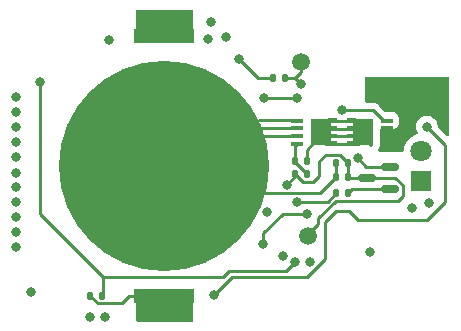
<source format=gtl>
%TF.GenerationSoftware,KiCad,Pcbnew,7.0.6*%
%TF.CreationDate,2024-04-07T09:56:07-04:00*%
%TF.ProjectId,Safe-To-Mate-O-Matic-v4,53616665-2d54-46f2-9d4d-6174652d4f2d,rev?*%
%TF.SameCoordinates,Original*%
%TF.FileFunction,Copper,L1,Top*%
%TF.FilePolarity,Positive*%
%FSLAX46Y46*%
G04 Gerber Fmt 4.6, Leading zero omitted, Abs format (unit mm)*
G04 Created by KiCad (PCBNEW 7.0.6) date 2024-04-07 09:56:07*
%MOMM*%
%LPD*%
G01*
G04 APERTURE LIST*
G04 Aperture macros list*
%AMRoundRect*
0 Rectangle with rounded corners*
0 $1 Rounding radius*
0 $2 $3 $4 $5 $6 $7 $8 $9 X,Y pos of 4 corners*
0 Add a 4 corners polygon primitive as box body*
4,1,4,$2,$3,$4,$5,$6,$7,$8,$9,$2,$3,0*
0 Add four circle primitives for the rounded corners*
1,1,$1+$1,$2,$3*
1,1,$1+$1,$4,$5*
1,1,$1+$1,$6,$7*
1,1,$1+$1,$8,$9*
0 Add four rect primitives between the rounded corners*
20,1,$1+$1,$2,$3,$4,$5,0*
20,1,$1+$1,$4,$5,$6,$7,0*
20,1,$1+$1,$6,$7,$8,$9,0*
20,1,$1+$1,$8,$9,$2,$3,0*%
%AMFreePoly0*
4,1,21,1.372500,0.787500,0.862500,0.787500,0.862500,0.532500,1.372500,0.532500,1.372500,0.127500,0.862500,0.127500,0.862500,-0.127500,1.372500,-0.127500,1.372500,-0.532500,0.862500,-0.532500,0.862500,-0.787500,1.372500,-0.787500,1.372500,-1.195000,0.612500,-1.195000,0.612500,-1.117500,-0.862500,-1.117500,-0.862500,1.117500,0.612500,1.117500,0.612500,1.195000,1.372500,1.195000,
1.372500,0.787500,1.372500,0.787500,$1*%
G04 Aperture macros list end*
%TA.AperFunction,ComponentPad*%
%ADD10R,1.800000X1.800000*%
%TD*%
%TA.AperFunction,ComponentPad*%
%ADD11C,1.800000*%
%TD*%
%TA.AperFunction,SMDPad,CuDef*%
%ADD12C,1.500000*%
%TD*%
%TA.AperFunction,SMDPad,CuDef*%
%ADD13RoundRect,0.135000X0.135000X0.185000X-0.135000X0.185000X-0.135000X-0.185000X0.135000X-0.185000X0*%
%TD*%
%TA.AperFunction,SMDPad,CuDef*%
%ADD14R,0.990000X0.405000*%
%TD*%
%TA.AperFunction,SMDPad,CuDef*%
%ADD15FreePoly0,0.000000*%
%TD*%
%TA.AperFunction,SMDPad,CuDef*%
%ADD16RoundRect,0.140000X-0.140000X-0.170000X0.140000X-0.170000X0.140000X0.170000X-0.140000X0.170000X0*%
%TD*%
%TA.AperFunction,SMDPad,CuDef*%
%ADD17FreePoly0,180.000000*%
%TD*%
%TA.AperFunction,SMDPad,CuDef*%
%ADD18RoundRect,0.135000X-0.135000X-0.185000X0.135000X-0.185000X0.135000X0.185000X-0.135000X0.185000X0*%
%TD*%
%TA.AperFunction,SMDPad,CuDef*%
%ADD19RoundRect,0.140000X0.140000X0.170000X-0.140000X0.170000X-0.140000X-0.170000X0.140000X-0.170000X0*%
%TD*%
%TA.AperFunction,SMDPad,CuDef*%
%ADD20R,5.080000X1.270000*%
%TD*%
%TA.AperFunction,SMDPad,CuDef*%
%ADD21C,17.800000*%
%TD*%
%TA.AperFunction,SMDPad,CuDef*%
%ADD22RoundRect,0.150000X0.587500X0.150000X-0.587500X0.150000X-0.587500X-0.150000X0.587500X-0.150000X0*%
%TD*%
%TA.AperFunction,ViaPad*%
%ADD23C,0.800000*%
%TD*%
%TA.AperFunction,Conductor*%
%ADD24C,0.250000*%
%TD*%
G04 APERTURE END LIST*
D10*
%TO.P,D3,1,K*%
%TO.N,Net-(D3-K)*%
X172720000Y-84582000D03*
D11*
%TO.P,D3,2,A*%
%TO.N,Net-(D3-A)*%
X172720000Y-82042000D03*
%TD*%
D12*
%TO.P,TP4,1,1*%
%TO.N,Net-(Q2-C)*%
X163144200Y-89281000D03*
%TD*%
D13*
%TO.P,R3,1*%
%TO.N,Net-(Q2-C)*%
X166549800Y-83058000D03*
%TO.P,R3,2*%
%TO.N,Net-(BT1--)*%
X165529800Y-83058000D03*
%TD*%
D14*
%TO.P,Q1,1,S*%
%TO.N,Net-(BT1--)*%
X162268000Y-79502600D03*
%TO.P,Q1,2,S*%
X162268000Y-80162600D03*
%TO.P,Q1,3,S*%
X162268000Y-80822600D03*
%TO.P,Q1,4,G*%
%TO.N,Net-(Q1-G)*%
X162268000Y-81482600D03*
D15*
%TO.P,Q1,5,D*%
%TO.N,Net-(Q1-D)*%
X164260500Y-80492600D03*
%TD*%
D16*
%TO.P,C7,1*%
%TO.N,Net-(Q1-G)*%
X162080000Y-82880200D03*
%TO.P,C7,2*%
%TO.N,Net-(Q1-D)*%
X163040000Y-82880200D03*
%TD*%
D14*
%TO.P,Q3,1,S*%
%TO.N,GND*%
X169837000Y-81482600D03*
%TO.P,Q3,2,S*%
X169837000Y-80822600D03*
%TO.P,Q3,3,S*%
X169837000Y-80162600D03*
%TO.P,Q3,4,G*%
%TO.N,VDD*%
X169837000Y-79502600D03*
D17*
%TO.P,Q3,5,D*%
%TO.N,Net-(Q1-D)*%
X167844500Y-80492600D03*
%TD*%
D18*
%TO.P,R14,1*%
%TO.N,Net-(Q2-C)*%
X162075400Y-84048600D03*
%TO.P,R14,2*%
%TO.N,Net-(Q1-G)*%
X163095400Y-84048600D03*
%TD*%
D19*
%TO.P,C3,1*%
%TO.N,Net-(Q2-C)*%
X166519800Y-84277200D03*
%TO.P,C3,2*%
%TO.N,Net-(BT1--)*%
X165559800Y-84277200D03*
%TD*%
D12*
%TO.P,TP6,1,1*%
%TO.N,VDD*%
X162585400Y-74523600D03*
%TD*%
D18*
%TO.P,R1,1*%
%TO.N,ON_n*%
X165555200Y-85623400D03*
%TO.P,R1,2*%
%TO.N,Net-(Q2-B)*%
X166575200Y-85623400D03*
%TD*%
D20*
%TO.P,BT1,1,+*%
%TO.N,VDD*%
X151003000Y-72352400D03*
X151003000Y-94322400D03*
D21*
%TO.P,BT1,2,-*%
%TO.N,Net-(BT1--)*%
X151003000Y-83337400D03*
%TD*%
D22*
%TO.P,Q2,1,B*%
%TO.N,Net-(Q2-B)*%
X170076100Y-85303400D03*
%TO.P,Q2,2,E*%
%TO.N,VDD*%
X170076100Y-83403400D03*
%TO.P,Q2,3,C*%
%TO.N,Net-(Q2-C)*%
X168201100Y-84353400D03*
%TD*%
D18*
%TO.P,R17,1*%
%TO.N,VDD*%
X144727200Y-94310200D03*
%TO.P,R17,2*%
%TO.N,ESP32_EN*%
X145747200Y-94310200D03*
%TD*%
D13*
%TO.P,R15,1*%
%TO.N,VDD*%
X161241200Y-75869800D03*
%TO.P,R15,2*%
%TO.N,Net-(R15-Pad2)*%
X160221200Y-75869800D03*
%TD*%
D12*
%TO.P,TP1,1,1*%
%TO.N,GND*%
X173228000Y-77216000D03*
%TD*%
D23*
%TO.N,VDD*%
X149275800Y-70789800D03*
X161036000Y-90932000D03*
X152730200Y-95834200D03*
X151587200Y-70789800D03*
X149301200Y-95834200D03*
X151612600Y-95834200D03*
X150393400Y-70789800D03*
X166065200Y-78613000D03*
X167395267Y-82686644D03*
X162610800Y-76403200D03*
X150418800Y-95834200D03*
X152704800Y-70789800D03*
X172008800Y-86893400D03*
%TO.N,GND*%
X163322000Y-91440000D03*
X170434000Y-77470000D03*
X168402000Y-77470000D03*
X168402000Y-76454000D03*
X173431200Y-86487000D03*
X171450000Y-76454000D03*
X168452800Y-90627200D03*
X145999200Y-96164400D03*
X138430000Y-77470000D03*
X138430000Y-80010000D03*
X171450000Y-77470000D03*
X139700000Y-93980000D03*
X138430000Y-82550000D03*
X138418570Y-83925477D03*
X138430000Y-78740000D03*
X146304000Y-72644000D03*
X138430000Y-87630000D03*
X156210000Y-72390000D03*
X138430000Y-85090000D03*
X138430000Y-88900000D03*
X169418000Y-76454000D03*
X138430000Y-90170000D03*
X144729200Y-96164400D03*
X169418000Y-77470000D03*
X170434000Y-76454000D03*
X138430000Y-81280000D03*
X154940000Y-71120000D03*
X171450000Y-78486000D03*
X154736800Y-72593200D03*
X159679553Y-87204954D03*
X138430000Y-86360000D03*
%TO.N,RXD0*%
X163068000Y-87376000D03*
X159385000Y-89916000D03*
%TO.N,ESP32_EN*%
X140462000Y-76200000D03*
X162052000Y-91440000D03*
%TO.N,ON_n*%
X159461200Y-77597000D03*
X162229800Y-86361700D03*
X162229800Y-77597000D03*
%TO.N,RXD2*%
X155194000Y-94234000D03*
X173228000Y-80010000D03*
%TO.N,Net-(Q2-C)*%
X161391600Y-84912200D03*
%TO.N,Net-(R15-Pad2)*%
X157302200Y-74244200D03*
%TD*%
D24*
%TO.N,VDD*%
X145376000Y-94959000D02*
X147407800Y-94959000D01*
X144727200Y-94310200D02*
X145376000Y-94959000D01*
X169571000Y-79502600D02*
X168681400Y-78613000D01*
X170076100Y-83403400D02*
X168112023Y-83403400D01*
X169837000Y-79502600D02*
X169571000Y-79502600D01*
X147407800Y-94959000D02*
X148044400Y-94322400D01*
X168681400Y-78613000D02*
X166065200Y-78613000D01*
X148044400Y-94322400D02*
X151003000Y-94322400D01*
X161241200Y-75869800D02*
X162077400Y-75869800D01*
X162585400Y-74523600D02*
X162585400Y-75361800D01*
X168112023Y-83403400D02*
X167395267Y-82686644D01*
X162077400Y-75869800D02*
X162610800Y-76403200D01*
X162585400Y-75361800D02*
X162077400Y-75869800D01*
%TO.N,Net-(BT1--)*%
X162267800Y-80162400D02*
X162268000Y-80162600D01*
X158974700Y-79476600D02*
X162386100Y-79476600D01*
X164199800Y-85637200D02*
X153302800Y-85637200D01*
X165559800Y-84277200D02*
X164199800Y-85637200D01*
X151282400Y-83058000D02*
X151003000Y-83337400D01*
X159403900Y-80822400D02*
X162007300Y-80822400D01*
X165559800Y-83088000D02*
X165529800Y-83058000D01*
X153302800Y-85637200D02*
X151003000Y-83337400D01*
X165559800Y-84277200D02*
X165559800Y-83088000D01*
X158923900Y-80162400D02*
X162335300Y-80162400D01*
%TO.N,Net-(Q1-G)*%
X162080000Y-83033200D02*
X163095400Y-84048600D01*
X162080000Y-82880200D02*
X162080000Y-83033200D01*
X162080000Y-82880200D02*
X162080000Y-81670600D01*
X162080000Y-81670600D02*
X162268000Y-81482600D01*
X162268000Y-81482600D02*
X162610200Y-81482600D01*
%TO.N,RXD0*%
X159385000Y-89027000D02*
X161036000Y-87376000D01*
X159385000Y-89916000D02*
X159385000Y-89027000D01*
X161036000Y-87376000D02*
X163068000Y-87376000D01*
%TO.N,Net-(Q2-B)*%
X170076100Y-85303400D02*
X166895200Y-85303400D01*
X166895200Y-85303400D02*
X166575200Y-85623400D01*
%TO.N,ESP32_EN*%
X140462000Y-87401400D02*
X140462000Y-76200000D01*
X162052000Y-91440000D02*
X161290000Y-92202000D01*
X145770600Y-92710000D02*
X140462000Y-87401400D01*
X161290000Y-92202000D02*
X156464000Y-92202000D01*
X155956000Y-92710000D02*
X145770600Y-92710000D01*
X145770600Y-92710000D02*
X145770600Y-94286800D01*
X145770600Y-94286800D02*
X145747200Y-94310200D01*
X156464000Y-92202000D02*
X155956000Y-92710000D01*
%TO.N,ON_n*%
X165555200Y-85623400D02*
X164816900Y-86361700D01*
X159461200Y-77597000D02*
X162229800Y-77597000D01*
X164816900Y-86361700D02*
X162229800Y-86361700D01*
%TO.N,RXD2*%
X165531800Y-87122000D02*
X164592000Y-88061800D01*
X163077305Y-92710000D02*
X156718000Y-92710000D01*
X173228000Y-80010000D02*
X174752000Y-81534000D01*
X173202600Y-87909400D02*
X167411400Y-87909400D01*
X156718000Y-92710000D02*
X155194000Y-94234000D01*
X164592000Y-91195305D02*
X163077305Y-92710000D01*
X174752000Y-81534000D02*
X174752000Y-86360000D01*
X166624000Y-87122000D02*
X165531800Y-87122000D01*
X164592000Y-88061800D02*
X164592000Y-91195305D01*
X174752000Y-86360000D02*
X173202600Y-87909400D01*
X167411400Y-87909400D02*
X166624000Y-87122000D01*
%TO.N,Net-(Q1-D)*%
X163040000Y-81968400D02*
X164260500Y-80747900D01*
X163040000Y-82880200D02*
X163040000Y-81968400D01*
X167501600Y-79527400D02*
X164578000Y-79527400D01*
X167844500Y-80492600D02*
X167514300Y-80822800D01*
X164260500Y-80747900D02*
X164260500Y-80492600D01*
X164590700Y-80822800D02*
X164260500Y-80492600D01*
X167501600Y-80187800D02*
X164578000Y-80187800D01*
X167081400Y-80162600D02*
X168478200Y-81559400D01*
X167501600Y-81457800D02*
X164578000Y-81457800D01*
X167514300Y-80822800D02*
X164590700Y-80822800D01*
%TO.N,Net-(Q2-C)*%
X165547200Y-86268400D02*
X164033200Y-87782400D01*
X164033200Y-88239600D02*
X163144200Y-89128600D01*
X163626800Y-84734400D02*
X162761200Y-84734400D01*
X171170600Y-85877400D02*
X170779600Y-86268400D01*
X164134800Y-84226400D02*
X163626800Y-84734400D01*
X162075400Y-84048600D02*
X162075400Y-84228400D01*
X164033200Y-87782400D02*
X164033200Y-88239600D01*
X166596000Y-84353400D02*
X166519800Y-84277200D01*
X165864000Y-82372200D02*
X164693600Y-82372200D01*
X162761200Y-84734400D02*
X162075400Y-84048600D01*
X168201100Y-84353400D02*
X170535351Y-84353400D01*
X164134800Y-82931000D02*
X164134800Y-84226400D01*
X168201100Y-84353400D02*
X166596000Y-84353400D01*
X166549800Y-83058000D02*
X165864000Y-82372200D01*
X162075400Y-84228400D02*
X161391600Y-84912200D01*
X164693600Y-82372200D02*
X164134800Y-82931000D01*
X166519800Y-83088000D02*
X166549800Y-83058000D01*
X171170600Y-84988649D02*
X171170600Y-85877400D01*
X166519800Y-84277200D02*
X166519800Y-83088000D01*
X170535351Y-84353400D02*
X171170600Y-84988649D01*
X163144200Y-89128600D02*
X163144200Y-89281000D01*
X170779600Y-86268400D02*
X165547200Y-86268400D01*
%TO.N,Net-(R15-Pad2)*%
X158927800Y-75869800D02*
X157302200Y-74244200D01*
X160221200Y-75869800D02*
X158927800Y-75869800D01*
%TD*%
%TA.AperFunction,Conductor*%
%TO.N,GND*%
G36*
X175050639Y-75787885D02*
G01*
X175096394Y-75840689D01*
X175107600Y-75892200D01*
X175107600Y-80694333D01*
X175087915Y-80761372D01*
X175035111Y-80807127D01*
X174965953Y-80817071D01*
X174902397Y-80788046D01*
X174895919Y-80782014D01*
X174174620Y-80060715D01*
X174141135Y-79999392D01*
X174138982Y-79986012D01*
X174121542Y-79820072D01*
X174062527Y-79638444D01*
X173967040Y-79473056D01*
X173839253Y-79331134D01*
X173684752Y-79218882D01*
X173510288Y-79141206D01*
X173510286Y-79141205D01*
X173323487Y-79101500D01*
X173132513Y-79101500D01*
X172945714Y-79141205D01*
X172771246Y-79218883D01*
X172616745Y-79331135D01*
X172488959Y-79473057D01*
X172393473Y-79638443D01*
X172393470Y-79638450D01*
X172336332Y-79814304D01*
X172334458Y-79820072D01*
X172314496Y-80010000D01*
X172334458Y-80199928D01*
X172334459Y-80199931D01*
X172393470Y-80381549D01*
X172393473Y-80381556D01*
X172455171Y-80488420D01*
X172471644Y-80556320D01*
X172448791Y-80622347D01*
X172393870Y-80665538D01*
X172377868Y-80670058D01*
X172378021Y-80670660D01*
X172373051Y-80671918D01*
X172152280Y-80747710D01*
X172152266Y-80747716D01*
X171946988Y-80858806D01*
X171946985Y-80858808D01*
X171762781Y-81002181D01*
X171762776Y-81002185D01*
X171604686Y-81173915D01*
X171477015Y-81369331D01*
X171383251Y-81583092D01*
X171325948Y-81809377D01*
X171309785Y-82004440D01*
X171284632Y-82069625D01*
X171228230Y-82110863D01*
X171186209Y-82118200D01*
X169211093Y-82118200D01*
X169144054Y-82098515D01*
X169098299Y-82045711D01*
X169088355Y-81976553D01*
X169117380Y-81912998D01*
X169139173Y-81887847D01*
X169139173Y-81887845D01*
X169139176Y-81887843D01*
X169199919Y-81754834D01*
X169220729Y-81610100D01*
X169220728Y-80337599D01*
X169240414Y-80270561D01*
X169293218Y-80224806D01*
X169344729Y-80213600D01*
X170380638Y-80213600D01*
X170380654Y-80213599D01*
X170407692Y-80210691D01*
X170441201Y-80207089D01*
X170578204Y-80155989D01*
X170695261Y-80068361D01*
X170782889Y-79951304D01*
X170833989Y-79814301D01*
X170837591Y-79780792D01*
X170840499Y-79753754D01*
X170840500Y-79753737D01*
X170840500Y-79251462D01*
X170840499Y-79251445D01*
X170837157Y-79220370D01*
X170833989Y-79190899D01*
X170831884Y-79185256D01*
X170811522Y-79130664D01*
X170782889Y-79053896D01*
X170695261Y-78936839D01*
X170578204Y-78849211D01*
X170441203Y-78798111D01*
X170380654Y-78791600D01*
X170380638Y-78791600D01*
X169807267Y-78791600D01*
X169740228Y-78771915D01*
X169719586Y-78755281D01*
X169188488Y-78224183D01*
X169178587Y-78211823D01*
X169178377Y-78211998D01*
X169173402Y-78205986D01*
X169173400Y-78205982D01*
X169147058Y-78181245D01*
X169122322Y-78158016D01*
X169101168Y-78136863D01*
X169099192Y-78135331D01*
X169095583Y-78132531D01*
X169091150Y-78128744D01*
X169056721Y-78096414D01*
X169056719Y-78096412D01*
X169038831Y-78086578D01*
X169022570Y-78075897D01*
X169006439Y-78063384D01*
X168963093Y-78044627D01*
X168957845Y-78042056D01*
X168930651Y-78027106D01*
X168916460Y-78019305D01*
X168913060Y-78018432D01*
X168896687Y-78014228D01*
X168878281Y-78007926D01*
X168859544Y-77999818D01*
X168859546Y-77999818D01*
X168812896Y-77992430D01*
X168807181Y-77991246D01*
X168787012Y-77986068D01*
X168761432Y-77979500D01*
X168761430Y-77979500D01*
X168741016Y-77979500D01*
X168721617Y-77977973D01*
X168701458Y-77974780D01*
X168701457Y-77974780D01*
X168654434Y-77979225D01*
X168648596Y-77979500D01*
X168119600Y-77979500D01*
X168052561Y-77959815D01*
X168006806Y-77907011D01*
X167995600Y-77855500D01*
X167995600Y-75892200D01*
X168015285Y-75825161D01*
X168068089Y-75779406D01*
X168119600Y-75768200D01*
X174983600Y-75768200D01*
X175050639Y-75787885D01*
G37*
%TD.AperFunction*%
%TD*%
%TA.AperFunction,Conductor*%
%TO.N,VDD*%
G36*
X153359039Y-70123685D02*
G01*
X153404794Y-70176489D01*
X153416000Y-70228000D01*
X153416000Y-71758000D01*
X153396315Y-71825039D01*
X153343511Y-71870794D01*
X153292000Y-71882000D01*
X148714000Y-71882000D01*
X148646961Y-71862315D01*
X148601206Y-71809511D01*
X148590000Y-71758000D01*
X148590000Y-70228000D01*
X148609685Y-70160961D01*
X148662489Y-70115206D01*
X148714000Y-70104000D01*
X153292000Y-70104000D01*
X153359039Y-70123685D01*
G37*
%TD.AperFunction*%
%TD*%
%TA.AperFunction,Conductor*%
%TO.N,VDD*%
G36*
X153359039Y-94761685D02*
G01*
X153404794Y-94814489D01*
X153416000Y-94866000D01*
X153416000Y-96396000D01*
X153396315Y-96463039D01*
X153343511Y-96508794D01*
X153292000Y-96520000D01*
X148714000Y-96520000D01*
X148646961Y-96500315D01*
X148601206Y-96447511D01*
X148590000Y-96396000D01*
X148590000Y-94866000D01*
X148609685Y-94798961D01*
X148662489Y-94753206D01*
X148714000Y-94742000D01*
X153292000Y-94742000D01*
X153359039Y-94761685D01*
G37*
%TD.AperFunction*%
%TD*%
M02*

</source>
